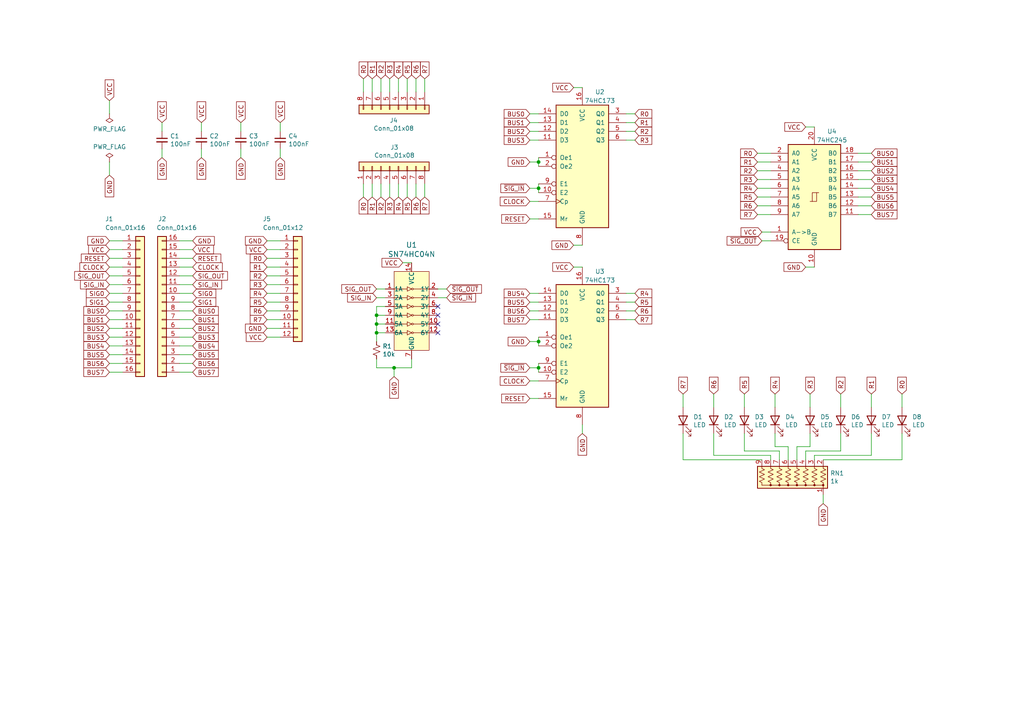
<source format=kicad_sch>
(kicad_sch (version 20230121) (generator eeschema)
  (paper "A4")
  (lib_symbols
    (symbol "74xx:74LS173" (pin_names (offset 1.016))
      (property "Reference" "U" (at -7.62 19.05 0))
      (property "Value" "74LS173" (at -7.62 -19.05 0))
      (symbol "74LS173_1_0"
        (pin input inverted (at -12.7 2.54 0) (length 5.08) (name "Oe1") (number "1"))
        (pin input inverted (at -12.7 -7.62 0) (length 5.08) (name "E2") (number "10"))
        (pin input line (at -12.7 7.62 0) (length 5.08) (name "D3") (number "11"))
        (pin input line (at -12.7 10.16 0) (length 5.08) (name "D2") (number "12"))
        (pin input line (at -12.7 12.7 0) (length 5.08) (name "D1") (number "13"))
        (pin input line (at -12.7 15.24 0) (length 5.08) (name "D0") (number "14"))
        (pin input line (at -12.7 -15.24 0) (length 5.08) (name "Mr") (number "15"))
        (pin power_in line (at 0 22.86 270) (length 5.08) (name "VCC") (number "16"))
        (pin input inverted (at -12.7 0 0) (length 5.08) (name "Oe2") (number "2"))
        (pin tri_state line (at 12.7 15.24 180) (length 5.08) (name "Q0") (number "3"))
        (pin tri_state line (at 12.7 12.7 180) (length 5.08) (name "Q1") (number "4"))
        (pin tri_state line (at 12.7 10.16 180) (length 5.08) (name "Q2") (number "5"))
        (pin tri_state line (at 12.7 7.62 180) (length 5.08) (name "Q3") (number "6"))
        (pin input clock (at -12.7 -10.16 0) (length 5.08) (name "Cp") (number "7"))
        (pin power_in line (at 0 -22.86 90) (length 5.08) (name "GND") (number "8"))
        (pin input inverted (at -12.7 -5.08 0) (length 5.08) (name "E1") (number "9"))
      )
      (symbol "74LS173_1_1"
        (rectangle (start -7.62 17.78) (end 7.62 -17.78) (stroke (width 0.254)) (fill (type background)))
      )
    )
    (symbol "74xx:74LS245" (pin_names (offset 1.016))
      (property "Reference" "U" (at -7.62 16.51 0))
      (property "Value" "74LS245" (at -7.62 -16.51 0))
      (symbol "74LS245_1_0"
        (polyline (pts (xy -0.635 -1.27) (xy -0.635 1.27) (xy 0.635 1.27)))
        (polyline (pts (xy -1.27 -1.27) (xy 0.635 -1.27) (xy 0.635 1.27) (xy 1.27 1.27)))
        (pin input line (at -12.7 -10.16 0) (length 5.08) (name "A->B") (number "1"))
        (pin power_in line (at 0 -20.32 90) (length 5.08) (name "GND") (number "10"))
        (pin tri_state line (at 12.7 -5.08 180) (length 5.08) (name "B7") (number "11"))
        (pin tri_state line (at 12.7 -2.54 180) (length 5.08) (name "B6") (number "12"))
        (pin tri_state line (at 12.7 0 180) (length 5.08) (name "B5") (number "13"))
        (pin tri_state line (at 12.7 2.54 180) (length 5.08) (name "B4") (number "14"))
        (pin tri_state line (at 12.7 5.08 180) (length 5.08) (name "B3") (number "15"))
        (pin tri_state line (at 12.7 7.62 180) (length 5.08) (name "B2") (number "16"))
        (pin tri_state line (at 12.7 10.16 180) (length 5.08) (name "B1") (number "17"))
        (pin tri_state line (at 12.7 12.7 180) (length 5.08) (name "B0") (number "18"))
        (pin input inverted (at -12.7 -12.7 0) (length 5.08) (name "CE") (number "19"))
        (pin tri_state line (at -12.7 12.7 0) (length 5.08) (name "A0") (number "2"))
        (pin power_in line (at 0 20.32 270) (length 5.08) (name "VCC") (number "20"))
        (pin tri_state line (at -12.7 10.16 0) (length 5.08) (name "A1") (number "3"))
        (pin tri_state line (at -12.7 7.62 0) (length 5.08) (name "A2") (number "4"))
        (pin tri_state line (at -12.7 5.08 0) (length 5.08) (name "A3") (number "5"))
        (pin tri_state line (at -12.7 2.54 0) (length 5.08) (name "A4") (number "6"))
        (pin tri_state line (at -12.7 0 0) (length 5.08) (name "A5") (number "7"))
        (pin tri_state line (at -12.7 -2.54 0) (length 5.08) (name "A6") (number "8"))
        (pin tri_state line (at -12.7 -5.08 0) (length 5.08) (name "A7") (number "9"))
      )
      (symbol "74LS245_1_1"
        (rectangle (start -7.62 15.24) (end 7.62 -15.24) (stroke (width 0.254)) (fill (type background)))
      )
    )
    (symbol "Connector_Generic:Conn_01x08" (pin_names (offset 1.016) hide)
      (property "Reference" "J" (at 0 10.16 0))
      (property "Value" "Conn_01x08" (at 0 -12.7 0))
      (symbol "Conn_01x08_1_1"
        (rectangle (start -1.27 -10.033) (end 0 -10.287) (stroke (width 0.1524)))
        (rectangle (start -1.27 -7.493) (end 0 -7.747) (stroke (width 0.1524)))
        (rectangle (start -1.27 -4.953) (end 0 -5.207) (stroke (width 0.1524)))
        (rectangle (start -1.27 -2.413) (end 0 -2.667) (stroke (width 0.1524)))
        (rectangle (start -1.27 0.127) (end 0 -0.127) (stroke (width 0.1524)))
        (rectangle (start -1.27 2.667) (end 0 2.413) (stroke (width 0.1524)))
        (rectangle (start -1.27 5.207) (end 0 4.953) (stroke (width 0.1524)))
        (rectangle (start -1.27 7.747) (end 0 7.493) (stroke (width 0.1524)))
        (rectangle (start -1.27 8.89) (end 1.27 -11.43) (stroke (width 0.254)) (fill (type background)))
        (pin passive line (at -5.08 7.62 0) (length 3.81) (name "Pin_1") (number "1"))
        (pin passive line (at -5.08 5.08 0) (length 3.81) (name "Pin_2") (number "2"))
        (pin passive line (at -5.08 2.54 0) (length 3.81) (name "Pin_3") (number "3"))
        (pin passive line (at -5.08 0 0) (length 3.81) (name "Pin_4") (number "4"))
        (pin passive line (at -5.08 -2.54 0) (length 3.81) (name "Pin_5") (number "5"))
        (pin passive line (at -5.08 -5.08 0) (length 3.81) (name "Pin_6") (number "6"))
        (pin passive line (at -5.08 -7.62 0) (length 3.81) (name "Pin_7") (number "7"))
        (pin passive line (at -5.08 -10.16 0) (length 3.81) (name "Pin_8") (number "8"))
      )
    )
    (symbol "Connector_Generic:Conn_01x12" (pin_names (offset 1.016) hide)
      (property "Reference" "J" (at 0 15.24 0))
      (property "Value" "Conn_01x12" (at 0 -17.78 0))
      (symbol "Conn_01x12_1_1"
        (rectangle (start -1.27 -15.113) (end 0 -15.367) (stroke (width 0.1524)))
        (rectangle (start -1.27 -12.573) (end 0 -12.827) (stroke (width 0.1524)))
        (rectangle (start -1.27 -10.033) (end 0 -10.287) (stroke (width 0.1524)))
        (rectangle (start -1.27 -7.493) (end 0 -7.747) (stroke (width 0.1524)))
        (rectangle (start -1.27 -4.953) (end 0 -5.207) (stroke (width 0.1524)))
        (rectangle (start -1.27 -2.413) (end 0 -2.667) (stroke (width 0.1524)))
        (rectangle (start -1.27 0.127) (end 0 -0.127) (stroke (width 0.1524)))
        (rectangle (start -1.27 2.667) (end 0 2.413) (stroke (width 0.1524)))
        (rectangle (start -1.27 5.207) (end 0 4.953) (stroke (width 0.1524)))
        (rectangle (start -1.27 7.747) (end 0 7.493) (stroke (width 0.1524)))
        (rectangle (start -1.27 10.287) (end 0 10.033) (stroke (width 0.1524)))
        (rectangle (start -1.27 12.827) (end 0 12.573) (stroke (width 0.1524)))
        (rectangle (start -1.27 13.97) (end 1.27 -16.51) (stroke (width 0.254)) (fill (type background)))
        (pin passive line (at -5.08 12.7 0) (length 3.81) (name "Pin_1") (number "1"))
        (pin passive line (at -5.08 -10.16 0) (length 3.81) (name "Pin_10") (number "10"))
        (pin passive line (at -5.08 -12.7 0) (length 3.81) (name "Pin_11") (number "11"))
        (pin passive line (at -5.08 -15.24 0) (length 3.81) (name "Pin_12") (number "12"))
        (pin passive line (at -5.08 10.16 0) (length 3.81) (name "Pin_2") (number "2"))
        (pin passive line (at -5.08 7.62 0) (length 3.81) (name "Pin_3") (number "3"))
        (pin passive line (at -5.08 5.08 0) (length 3.81) (name "Pin_4") (number "4"))
        (pin passive line (at -5.08 2.54 0) (length 3.81) (name "Pin_5") (number "5"))
        (pin passive line (at -5.08 0 0) (length 3.81) (name "Pin_6") (number "6"))
        (pin passive line (at -5.08 -2.54 0) (length 3.81) (name "Pin_7") (number "7"))
        (pin passive line (at -5.08 -5.08 0) (length 3.81) (name "Pin_8") (number "8"))
        (pin passive line (at -5.08 -7.62 0) (length 3.81) (name "Pin_9") (number "9"))
      )
    )
    (symbol "Connector_Generic:Conn_01x16" (pin_names (offset 1.016) hide)
      (property "Reference" "J" (at 0 20.32 0))
      (property "Value" "Conn_01x16" (at 0 -22.86 0))
      (symbol "Conn_01x16_1_1"
        (rectangle (start -1.27 -20.193) (end 0 -20.447) (stroke (width 0.1524)))
        (rectangle (start -1.27 -17.653) (end 0 -17.907) (stroke (width 0.1524)))
        (rectangle (start -1.27 -15.113) (end 0 -15.367) (stroke (width 0.1524)))
        (rectangle (start -1.27 -12.573) (end 0 -12.827) (stroke (width 0.1524)))
        (rectangle (start -1.27 -10.033) (end 0 -10.287) (stroke (width 0.1524)))
        (rectangle (start -1.27 -7.493) (end 0 -7.747) (stroke (width 0.1524)))
        (rectangle (start -1.27 -4.953) (end 0 -5.207) (stroke (width 0.1524)))
        (rectangle (start -1.27 -2.413) (end 0 -2.667) (stroke (width 0.1524)))
        (rectangle (start -1.27 0.127) (end 0 -0.127) (stroke (width 0.1524)))
        (rectangle (start -1.27 2.667) (end 0 2.413) (stroke (width 0.1524)))
        (rectangle (start -1.27 5.207) (end 0 4.953) (stroke (width 0.1524)))
        (rectangle (start -1.27 7.747) (end 0 7.493) (stroke (width 0.1524)))
        (rectangle (start -1.27 10.287) (end 0 10.033) (stroke (width 0.1524)))
        (rectangle (start -1.27 12.827) (end 0 12.573) (stroke (width 0.1524)))
        (rectangle (start -1.27 15.367) (end 0 15.113) (stroke (width 0.1524)))
        (rectangle (start -1.27 17.907) (end 0 17.653) (stroke (width 0.1524)))
        (rectangle (start -1.27 19.05) (end 1.27 -21.59) (stroke (width 0.254)) (fill (type background)))
        (pin passive line (at -5.08 17.78 0) (length 3.81) (name "Pin_1") (number "1"))
        (pin passive line (at -5.08 -5.08 0) (length 3.81) (name "Pin_10") (number "10"))
        (pin passive line (at -5.08 -7.62 0) (length 3.81) (name "Pin_11") (number "11"))
        (pin passive line (at -5.08 -10.16 0) (length 3.81) (name "Pin_12") (number "12"))
        (pin passive line (at -5.08 -12.7 0) (length 3.81) (name "Pin_13") (number "13"))
        (pin passive line (at -5.08 -15.24 0) (length 3.81) (name "Pin_14") (number "14"))
        (pin passive line (at -5.08 -17.78 0) (length 3.81) (name "Pin_15") (number "15"))
        (pin passive line (at -5.08 -20.32 0) (length 3.81) (name "Pin_16") (number "16"))
        (pin passive line (at -5.08 15.24 0) (length 3.81) (name "Pin_2") (number "2"))
        (pin passive line (at -5.08 12.7 0) (length 3.81) (name "Pin_3") (number "3"))
        (pin passive line (at -5.08 10.16 0) (length 3.81) (name "Pin_4") (number "4"))
        (pin passive line (at -5.08 7.62 0) (length 3.81) (name "Pin_5") (number "5"))
        (pin passive line (at -5.08 5.08 0) (length 3.81) (name "Pin_6") (number "6"))
        (pin passive line (at -5.08 2.54 0) (length 3.81) (name "Pin_7") (number "7"))
        (pin passive line (at -5.08 0 0) (length 3.81) (name "Pin_8") (number "8"))
        (pin passive line (at -5.08 -2.54 0) (length 3.81) (name "Pin_9") (number "9"))
      )
    )
    (symbol "Device:C_Small" (pin_numbers hide) (pin_names (offset 0.254) hide)
      (property "Reference" "C" (at 0.254 1.778 0))
      (property "Value" "C_Small" (at 0.254 -2.032 0))
      (symbol "C_Small_0_1"
        (polyline (pts (xy -1.524 -0.508) (xy 1.524 -0.508)) (stroke (width 0.3302)))
        (polyline (pts (xy -1.524 0.508) (xy 1.524 0.508)) (stroke (width 0.3048)))
      )
      (symbol "C_Small_1_1"
        (pin passive line (at 0 2.54 270) (length 2.032) (name "~") (number "1"))
        (pin passive line (at 0 -2.54 90) (length 2.032) (name "~") (number "2"))
      )
    )
    (symbol "Device:LED" (pin_numbers hide) (pin_names (offset 1.016) hide)
      (property "Reference" "D" (at 0 2.54 0))
      (property "Value" "LED" (at 0 -2.54 0))
      (symbol "LED_0_1"
        (polyline (pts (xy -1.27 -1.27) (xy -1.27 1.27)) (stroke (width 0.254)))
        (polyline (pts (xy -1.27 0) (xy 1.27 0)))
        (polyline (pts (xy 1.27 -1.27) (xy 1.27 1.27) (xy -1.27 0) (xy 1.27 -1.27)) (stroke (width 0.254)))
        (polyline (pts (xy -3.048 -0.762) (xy -4.572 -2.286) (xy -3.81 -2.286) (xy -4.572 -2.286) (xy -4.572 -1.524)))
        (polyline (pts (xy -1.778 -0.762) (xy -3.302 -2.286) (xy -2.54 -2.286) (xy -3.302 -2.286) (xy -3.302 -1.524)))
      )
      (symbol "LED_1_1"
        (pin passive line (at -3.81 0 0) (length 2.54) (name "K") (number "1"))
        (pin passive line (at 3.81 0 180) (length 2.54) (name "A") (number "2"))
      )
    )
    (symbol "Device:R_Network08_US" (pin_names (offset 0) hide)
      (property "Reference" "RN" (at -12.7 0 90))
      (property "Value" "R_Network08_US" (at 10.16 0 90))
      (symbol "R_Network08_US_0_1"
        (rectangle (start -11.43 -3.175) (end 8.89 3.175) (stroke (width 0.254)) (fill (type background)))
        (circle (center -10.16 2.286) (radius 0.254) (fill (type outline)))
        (circle (center -7.62 2.286) (radius 0.254) (fill (type outline)))
        (circle (center -5.08 2.286) (radius 0.254) (fill (type outline)))
        (circle (center -2.54 2.286) (radius 0.254) (fill (type outline)))
        (polyline (pts (xy -10.16 2.286) (xy 7.62 2.286)))
        (polyline (pts (xy -10.16 2.286) (xy -10.16 1.524) (xy -9.398 1.1684) (xy -10.922 0.508) (xy -9.398 -0.1524) (xy -10.922 -0.8382) (xy -9.398 -1.524) (xy -10.922 -2.1844) (xy -10.16 -2.54) (xy -10.16 -3.81)))
        (polyline (pts (xy -7.62 2.286) (xy -7.62 1.524) (xy -6.858 1.1684) (xy -8.382 0.508) (xy -6.858 -0.1524) (xy -8.382 -0.8382) (xy -6.858 -1.524) (xy -8.382 -2.1844) (xy -7.62 -2.54) (xy -7.62 -3.81)))
        (polyline (pts (xy -5.08 2.286) (xy -5.08 1.524) (xy -4.318 1.1684) (xy -5.842 0.508) (xy -4.318 -0.1524) (xy -5.842 -0.8382) (xy -4.318 -1.524) (xy -5.842 -2.1844) (xy -5.08 -2.54) (xy -5.08 -3.81)))
        (polyline (pts (xy -2.54 2.286) (xy -2.54 1.524) (xy -1.778 1.1684) (xy -3.302 0.508) (xy -1.778 -0.1524) (xy -3.302 -0.8382) (xy -1.778 -1.524) (xy -3.302 -2.1844) (xy -2.54 -2.54) (xy -2.54 -3.81)))
        (polyline (pts (xy 0 2.286) (xy 0 1.524) (xy 0.762 1.1684) (xy -0.762 0.508) (xy 0.762 -0.1524) (xy -0.762 -0.8382) (xy 0.762 -1.524) (xy -0.762 -2.1844) (xy 0 -2.54) (xy 0 -3.81)))
        (polyline (pts (xy 2.54 2.286) (xy 2.54 1.524) (xy 3.302 1.1684) (xy 1.778 0.508) (xy 3.302 -0.1524) (xy 1.778 -0.8382) (xy 3.302 -1.524) (xy 1.778 -2.1844) (xy 2.54 -2.54) (xy 2.54 -3.81)))
        (polyline (pts (xy 5.08 2.286) (xy 5.08 1.524) (xy 5.842 1.1684) (xy 4.318 0.508) (xy 5.842 -0.1524) (xy 4.318 -0.8382) (xy 5.842 -1.524) (xy 4.318 -2.1844) (xy 5.08 -2.54) (xy 5.08 -3.81)))
        (polyline (pts (xy 7.62 2.286) (xy 7.62 1.524) (xy 8.382 1.1684) (xy 6.858 0.508) (xy 8.382 -0.1524) (xy 6.858 -0.8382) (xy 8.382 -1.524) (xy 6.858 -2.1844) (xy 7.62 -2.54) (xy 7.62 -3.81)))
        (circle (center 0 2.286) (radius 0.254) (fill (type outline)))
        (circle (center 2.54 2.286) (radius 0.254) (fill (type outline)))
        (circle (center 5.08 2.286) (radius 0.254) (fill (type outline)))
      )
      (symbol "R_Network08_US_1_1"
        (pin passive line (at -10.16 5.08 270) (length 2.54) (name "common") (number "1"))
        (pin passive line (at -10.16 -5.08 90) (length 1.27) (name "R1") (number "2"))
        (pin passive line (at -7.62 -5.08 90) (length 1.27) (name "R2") (number "3"))
        (pin passive line (at -5.08 -5.08 90) (length 1.27) (name "R3") (number "4"))
        (pin passive line (at -2.54 -5.08 90) (length 1.27) (name "R4") (number "5"))
        (pin passive line (at 0 -5.08 90) (length 1.27) (name "R5") (number "6"))
        (pin passive line (at 2.54 -5.08 90) (length 1.27) (name "R6") (number "7"))
        (pin passive line (at 5.08 -5.08 90) (length 1.27) (name "R7") (number "8"))
        (pin passive line (at 7.62 -5.08 90) (length 1.27) (name "R8") (number "9"))
      )
    )
    (symbol "Device:R_Small_US" (pin_numbers hide) (pin_names (offset 0.254) hide)
      (property "Reference" "R" (at 0.762 0.508 0))
      (property "Value" "R_Small_US" (at 0.762 -1.016 0))
      (symbol "R_Small_US_1_1"
        (polyline (pts (xy 0 0) (xy 1.016 -0.381) (xy 0 -0.762) (xy -1.016 -1.143) (xy 0 -1.524)))
        (polyline (pts (xy 0 1.524) (xy 1.016 1.143) (xy 0 0.762) (xy -1.016 0.381) (xy 0 0)))
        (pin passive line (at 0 2.54 270) (length 1.016) (name "~") (number "1"))
        (pin passive line (at 0 -2.54 90) (length 1.016) (name "~") (number "2"))
      )
    )
    (symbol "Register-rescue:SN74LS04N-dk_Logic-Gates-and-Inverters" (pin_names (offset 0.0254))
      (property "Reference" "U" (at -2.54 13.716 0))
      (property "Value" "SN74LS04N-dk_Logic-Gates-and-Inverters" (at 0.254 -11.43 0))
      (symbol "SN74LS04N-dk_Logic-Gates-and-Inverters_0_1"
        (rectangle (start -5.08 12.7) (end 5.08 -10.16) (fill (type background)))
        (polyline (pts (xy -2.54 -5.08) (xy -5.08 -5.08)))
        (polyline (pts (xy -2.54 -2.54) (xy -5.08 -2.54)))
        (polyline (pts (xy -2.54 -2.54) (xy -1.27 -2.54)))
        (polyline (pts (xy -2.54 0) (xy -5.08 0)))
        (polyline (pts (xy -2.54 2.54) (xy -5.08 2.54)))
        (polyline (pts (xy -2.54 2.54) (xy -1.27 2.54)))
        (polyline (pts (xy -2.54 5.08) (xy -5.08 5.08)))
        (polyline (pts (xy -2.54 7.62) (xy -5.08 7.62)))
        (polyline (pts (xy -1.27 -5.08) (xy -2.54 -5.08)))
        (polyline (pts (xy -1.27 0) (xy -2.54 0)))
        (polyline (pts (xy -1.27 5.08) (xy -2.54 5.08)))
        (polyline (pts (xy -1.27 7.62) (xy -2.54 7.62)))
        (polyline (pts (xy 0.508 -5.08) (xy 2.54 -5.08)))
        (polyline (pts (xy 0.508 0) (xy 2.54 0)))
        (polyline (pts (xy 0.508 2.54) (xy 2.54 2.54)))
        (polyline (pts (xy 0.508 5.08) (xy 2.54 5.08)))
        (polyline (pts (xy 2.54 -2.54) (xy 0.508 -2.54)))
        (polyline (pts (xy 2.54 7.62) (xy 0.508 7.62)))
        (polyline (pts (xy 5.08 -5.08) (xy 2.54 -5.08)))
        (polyline (pts (xy 5.08 -2.54) (xy 2.54 -2.54)))
        (polyline (pts (xy 5.08 0) (xy 2.54 0)))
        (polyline (pts (xy 5.08 2.54) (xy 2.54 2.54)))
        (polyline (pts (xy 5.08 5.08) (xy 2.54 5.08)))
        (polyline (pts (xy 5.08 7.62) (xy 2.54 7.62)))
        (polyline (pts (xy -1.27 -4.445) (xy -1.27 -5.715) (xy 0 -5.08) (xy -1.27 -4.445)))
        (polyline (pts (xy -1.27 -1.905) (xy -1.27 -3.175) (xy 0 -2.54) (xy -1.27 -1.905)))
        (polyline (pts (xy -1.27 0.635) (xy -1.27 -0.635) (xy 0 0) (xy -1.27 0.635)))
        (polyline (pts (xy -1.27 3.175) (xy -1.27 1.905) (xy 0 2.54) (xy -1.27 3.175)))
        (polyline (pts (xy -1.27 5.715) (xy -1.27 4.445) (xy 0 5.08) (xy -1.27 5.715)))
        (polyline (pts (xy -1.27 8.255) (xy -1.27 6.985) (xy 0 7.62) (xy -1.27 8.255)))
        (circle (center 0.254 -5.08) (radius 0.254))
        (circle (center 0.254 -2.54) (radius 0.254))
        (circle (center 0.254 0) (radius 0.254))
        (circle (center 0.254 2.54) (radius 0.254))
        (circle (center 0.254 5.08) (radius 0.254))
        (circle (center 0.254 7.62) (radius 0.254))
      )
      (symbol "SN74LS04N-dk_Logic-Gates-and-Inverters_1_1"
        (pin input line (at -7.62 7.62 0) (length 2.54) (name "1A") (number "1"))
        (pin output line (at 7.62 -2.54 180) (length 2.54) (name "5Y") (number "10"))
        (pin input line (at -7.62 -2.54 0) (length 2.54) (name "5A") (number "11"))
        (pin output line (at 7.62 -5.08 180) (length 2.54) (name "6Y") (number "12"))
        (pin input line (at -7.62 -5.08 0) (length 2.54) (name "6A") (number "13"))
        (pin power_in line (at 0 15.24 270) (length 2.54) (name "VCC") (number "14"))
        (pin output line (at 7.62 7.62 180) (length 2.54) (name "1Y") (number "2"))
        (pin input line (at -7.62 5.08 0) (length 2.54) (name "2A") (number "3"))
        (pin output line (at 7.62 5.08 180) (length 2.54) (name "2Y") (number "4"))
        (pin input line (at -7.62 2.54 0) (length 2.54) (name "3A") (number "5"))
        (pin output line (at 7.62 2.54 180) (length 2.54) (name "3Y") (number "6"))
        (pin power_in line (at 0 -12.7 90) (length 2.54) (name "GND") (number "7"))
        (pin output line (at 7.62 0 180) (length 2.54) (name "4Y") (number "8"))
        (pin input line (at -7.62 0 0) (length 2.54) (name "4A") (number "9"))
      )
    )
    (symbol "power:PWR_FLAG" (power) (pin_numbers hide) (pin_names (offset 0) hide)
      (property "Value" "PWR_FLAG" (at 0 3.81 0))
      (symbol "PWR_FLAG_0_0"
        (pin power_out line (at 0 0 90) (length 0) (name "pwr") (number "1"))
      )
      (symbol "PWR_FLAG_0_1"
        (polyline (pts (xy 0 0) (xy 0 1.27) (xy -1.016 1.905) (xy 0 2.54) (xy 1.016 1.905) (xy 0 1.27)))
      )
    )
  )
  (junction (at 156.21 99.06))
  (junction (at 156.21 106.68))
  (junction (at 156.21 46.99))
  (junction (at 109.22 91.44))
  (junction (at 109.22 93.98))
  (junction (at 114.3 106.68))
  (junction (at 109.22 96.52))
  (junction (at 156.21 54.61))
  (no_connect (at 127 91.44))
  (no_connect (at 127 88.9))
  (no_connect (at 127 96.52))
  (no_connect (at 127 93.98))
  (wire (pts (xy 113.03 53.34) (xy 113.03 57.15)))
  (wire (pts (xy 153.67 35.56) (xy 156.21 35.56)))
  (wire (pts (xy 81.28 85.09) (xy 77.47 85.09)))
  (wire (pts (xy 198.12 114.3) (xy 198.12 118.11)))
  (wire (pts (xy 123.19 22.86) (xy 123.19 26.67)))
  (wire (pts (xy 153.67 40.64) (xy 156.21 40.64)))
  (wire (pts (xy 81.28 74.93) (xy 77.47 74.93)))
  (wire (pts (xy 228.6 129.54) (xy 224.79 129.54)))
  (wire (pts (xy 111.76 83.82) (xy 109.22 83.82)))
  (wire (pts (xy 107.95 22.86) (xy 107.95 26.67)))
  (wire (pts (xy 184.15 35.56) (xy 181.61 35.56)))
  (wire (pts (xy 153.67 85.09) (xy 156.21 85.09)))
  (wire (pts (xy 153.67 90.17) (xy 156.21 90.17)))
  (wire (pts (xy 220.98 69.85) (xy 223.52 69.85)))
  (wire (pts (xy 156.21 54.61) (xy 156.21 53.34)))
  (wire (pts (xy 55.88 105.41) (xy 52.07 105.41)))
  (wire (pts (xy 31.75 74.93) (xy 35.56 74.93)))
  (wire (pts (xy 228.6 129.54) (xy 228.6 133.35)))
  (wire (pts (xy 109.22 88.9) (xy 109.22 91.44)))
  (wire (pts (xy 55.88 74.93) (xy 52.07 74.93)))
  (wire (pts (xy 52.07 69.85) (xy 55.88 69.85)))
  (wire (pts (xy 215.9 114.3) (xy 215.9 118.11)))
  (wire (pts (xy 198.12 133.35) (xy 220.98 133.35)))
  (wire (pts (xy 223.52 132.08) (xy 223.52 133.35)))
  (wire (pts (xy 153.67 54.61) (xy 156.21 54.61)))
  (wire (pts (xy 77.47 95.25) (xy 81.28 95.25)))
  (wire (pts (xy 46.99 35.56) (xy 46.99 38.1)))
  (wire (pts (xy 31.75 100.33) (xy 35.56 100.33)))
  (wire (pts (xy 166.37 71.12) (xy 168.91 71.12)))
  (wire (pts (xy 55.88 80.01) (xy 52.07 80.01)))
  (wire (pts (xy 55.88 72.39) (xy 52.07 72.39)))
  (wire (pts (xy 153.67 99.06) (xy 156.21 99.06)))
  (wire (pts (xy 184.15 85.09) (xy 181.61 85.09)))
  (wire (pts (xy 31.75 29.21) (xy 31.75 33.02)))
  (wire (pts (xy 118.11 22.86) (xy 118.11 26.67)))
  (wire (pts (xy 113.03 22.86) (xy 113.03 26.67)))
  (wire (pts (xy 252.73 114.3) (xy 252.73 118.11)))
  (wire (pts (xy 115.57 53.34) (xy 115.57 57.15)))
  (wire (pts (xy 77.47 69.85) (xy 81.28 69.85)))
  (wire (pts (xy 81.28 87.63) (xy 77.47 87.63)))
  (wire (pts (xy 153.67 106.68) (xy 156.21 106.68)))
  (wire (pts (xy 153.67 58.42) (xy 156.21 58.42)))
  (wire (pts (xy 31.75 105.41) (xy 35.56 105.41)))
  (wire (pts (xy 111.76 91.44) (xy 109.22 91.44)))
  (wire (pts (xy 105.41 53.34) (xy 105.41 57.15)))
  (wire (pts (xy 153.67 110.49) (xy 156.21 110.49)))
  (wire (pts (xy 110.49 53.34) (xy 110.49 57.15)))
  (wire (pts (xy 109.22 86.36) (xy 111.76 86.36)))
  (wire (pts (xy 55.88 82.55) (xy 52.07 82.55)))
  (wire (pts (xy 198.12 133.35) (xy 198.12 125.73)))
  (wire (pts (xy 252.73 52.07) (xy 248.92 52.07)))
  (wire (pts (xy 224.79 129.54) (xy 224.79 125.73)))
  (wire (pts (xy 116.84 76.2) (xy 119.38 76.2)))
  (wire (pts (xy 156.21 106.68) (xy 156.21 105.41)))
  (wire (pts (xy 261.62 133.35) (xy 238.76 133.35)))
  (wire (pts (xy 166.37 25.4) (xy 168.91 25.4)))
  (wire (pts (xy 168.91 125.73) (xy 168.91 123.19)))
  (wire (pts (xy 55.88 77.47) (xy 52.07 77.47)))
  (wire (pts (xy 153.67 38.1) (xy 156.21 38.1)))
  (wire (pts (xy 58.42 43.18) (xy 58.42 45.72)))
  (wire (pts (xy 153.67 87.63) (xy 156.21 87.63)))
  (wire (pts (xy 261.62 133.35) (xy 261.62 125.73)))
  (wire (pts (xy 31.75 50.8) (xy 31.75 46.99)))
  (wire (pts (xy 223.52 52.07) (xy 219.71 52.07)))
  (wire (pts (xy 207.01 132.08) (xy 223.52 132.08)))
  (wire (pts (xy 111.76 88.9) (xy 109.22 88.9)))
  (wire (pts (xy 115.57 22.86) (xy 115.57 26.67)))
  (wire (pts (xy 156.21 46.99) (xy 156.21 45.72)))
  (wire (pts (xy 35.56 107.95) (xy 31.75 107.95)))
  (wire (pts (xy 118.11 53.34) (xy 118.11 57.15)))
  (wire (pts (xy 109.22 106.68) (xy 114.3 106.68)))
  (wire (pts (xy 223.52 59.69) (xy 219.71 59.69)))
  (wire (pts (xy 55.88 102.87) (xy 52.07 102.87)))
  (wire (pts (xy 234.95 129.54) (xy 234.95 125.73)))
  (wire (pts (xy 55.88 90.17) (xy 52.07 90.17)))
  (wire (pts (xy 31.75 77.47) (xy 35.56 77.47)))
  (wire (pts (xy 31.75 72.39) (xy 35.56 72.39)))
  (wire (pts (xy 31.75 97.79) (xy 35.56 97.79)))
  (wire (pts (xy 111.76 93.98) (xy 109.22 93.98)))
  (wire (pts (xy 109.22 104.14) (xy 109.22 106.68)))
  (wire (pts (xy 184.15 92.71) (xy 181.61 92.71)))
  (wire (pts (xy 81.28 90.17) (xy 77.47 90.17)))
  (wire (pts (xy 252.73 49.53) (xy 248.92 49.53)))
  (wire (pts (xy 220.98 67.31) (xy 223.52 67.31)))
  (wire (pts (xy 243.84 130.81) (xy 243.84 125.73)))
  (wire (pts (xy 77.47 72.39) (xy 81.28 72.39)))
  (wire (pts (xy 156.21 99.06) (xy 156.21 100.33)))
  (wire (pts (xy 31.75 87.63) (xy 35.56 87.63)))
  (wire (pts (xy 252.73 59.69) (xy 248.92 59.69)))
  (wire (pts (xy 31.75 85.09) (xy 35.56 85.09)))
  (wire (pts (xy 114.3 106.68) (xy 119.38 106.68)))
  (wire (pts (xy 127 86.36) (xy 129.54 86.36)))
  (wire (pts (xy 233.68 130.81) (xy 233.68 133.35)))
  (wire (pts (xy 114.3 109.22) (xy 114.3 106.68)))
  (wire (pts (xy 69.85 35.56) (xy 69.85 38.1)))
  (wire (pts (xy 81.28 35.56) (xy 81.28 38.1)))
  (wire (pts (xy 233.68 130.81) (xy 243.84 130.81)))
  (wire (pts (xy 58.42 35.56) (xy 58.42 38.1)))
  (wire (pts (xy 31.75 102.87) (xy 35.56 102.87)))
  (wire (pts (xy 224.79 114.3) (xy 224.79 118.11)))
  (wire (pts (xy 153.67 63.5) (xy 156.21 63.5)))
  (wire (pts (xy 55.88 100.33) (xy 52.07 100.33)))
  (wire (pts (xy 31.75 80.01) (xy 35.56 80.01)))
  (wire (pts (xy 55.88 92.71) (xy 52.07 92.71)))
  (wire (pts (xy 55.88 85.09) (xy 52.07 85.09)))
  (wire (pts (xy 81.28 92.71) (xy 77.47 92.71)))
  (wire (pts (xy 233.68 36.83) (xy 236.22 36.83)))
  (wire (pts (xy 261.62 114.3) (xy 261.62 118.11)))
  (wire (pts (xy 231.14 129.54) (xy 234.95 129.54)))
  (wire (pts (xy 31.75 69.85) (xy 35.56 69.85)))
  (wire (pts (xy 226.06 130.81) (xy 226.06 133.35)))
  (wire (pts (xy 252.73 62.23) (xy 248.92 62.23)))
  (wire (pts (xy 236.22 132.08) (xy 252.73 132.08)))
  (wire (pts (xy 223.52 62.23) (xy 219.71 62.23)))
  (wire (pts (xy 238.76 146.05) (xy 238.76 143.51)))
  (wire (pts (xy 223.52 54.61) (xy 219.71 54.61)))
  (wire (pts (xy 233.68 77.47) (xy 236.22 77.47)))
  (wire (pts (xy 81.28 77.47) (xy 77.47 77.47)))
  (wire (pts (xy 123.19 53.34) (xy 123.19 57.15)))
  (wire (pts (xy 81.28 80.01) (xy 77.47 80.01)))
  (wire (pts (xy 215.9 130.81) (xy 215.9 125.73)))
  (wire (pts (xy 252.73 54.61) (xy 248.92 54.61)))
  (wire (pts (xy 81.28 82.55) (xy 77.47 82.55)))
  (wire (pts (xy 166.37 77.47) (xy 168.91 77.47)))
  (wire (pts (xy 236.22 132.08) (xy 236.22 133.35)))
  (wire (pts (xy 109.22 93.98) (xy 109.22 96.52)))
  (wire (pts (xy 234.95 114.3) (xy 234.95 118.11)))
  (wire (pts (xy 207.01 114.3) (xy 207.01 118.11)))
  (wire (pts (xy 55.88 97.79) (xy 52.07 97.79)))
  (wire (pts (xy 107.95 53.34) (xy 107.95 57.15)))
  (wire (pts (xy 184.15 38.1) (xy 181.61 38.1)))
  (wire (pts (xy 156.21 46.99) (xy 156.21 48.26)))
  (wire (pts (xy 111.76 96.52) (xy 109.22 96.52)))
  (wire (pts (xy 120.65 22.86) (xy 120.65 26.67)))
  (wire (pts (xy 69.85 43.18) (xy 69.85 45.72)))
  (wire (pts (xy 77.47 97.79) (xy 81.28 97.79)))
  (wire (pts (xy 252.73 57.15) (xy 248.92 57.15)))
  (wire (pts (xy 252.73 46.99) (xy 248.92 46.99)))
  (wire (pts (xy 55.88 107.95) (xy 52.07 107.95)))
  (wire (pts (xy 31.75 90.17) (xy 35.56 90.17)))
  (wire (pts (xy 31.75 92.71) (xy 35.56 92.71)))
  (wire (pts (xy 153.67 46.99) (xy 156.21 46.99)))
  (wire (pts (xy 119.38 106.68) (xy 119.38 104.14)))
  (wire (pts (xy 120.65 53.34) (xy 120.65 57.15)))
  (wire (pts (xy 252.73 44.45) (xy 248.92 44.45)))
  (wire (pts (xy 46.99 43.18) (xy 46.99 45.72)))
  (wire (pts (xy 153.67 33.02) (xy 156.21 33.02)))
  (wire (pts (xy 156.21 107.95) (xy 156.21 106.68)))
  (wire (pts (xy 55.88 95.25) (xy 52.07 95.25)))
  (wire (pts (xy 31.75 95.25) (xy 35.56 95.25)))
  (wire (pts (xy 223.52 46.99) (xy 219.71 46.99)))
  (wire (pts (xy 156.21 97.79) (xy 156.21 99.06)))
  (wire (pts (xy 223.52 49.53) (xy 219.71 49.53)))
  (wire (pts (xy 243.84 114.3) (xy 243.84 118.11)))
  (wire (pts (xy 81.28 43.18) (xy 81.28 45.72)))
  (wire (pts (xy 110.49 22.86) (xy 110.49 26.67)))
  (wire (pts (xy 207.01 132.08) (xy 207.01 125.73)))
  (wire (pts (xy 156.21 55.88) (xy 156.21 54.61)))
  (wire (pts (xy 105.41 22.86) (xy 105.41 26.67)))
  (wire (pts (xy 184.15 87.63) (xy 181.61 87.63)))
  (wire (pts (xy 109.22 91.44) (xy 109.22 93.98)))
  (wire (pts (xy 184.15 40.64) (xy 181.61 40.64)))
  (wire (pts (xy 223.52 44.45) (xy 219.71 44.45)))
  (wire (pts (xy 153.67 115.57) (xy 156.21 115.57)))
  (wire (pts (xy 231.14 129.54) (xy 231.14 133.35)))
  (wire (pts (xy 215.9 130.81) (xy 226.06 130.81)))
  (wire (pts (xy 55.88 87.63) (xy 52.07 87.63)))
  (wire (pts (xy 252.73 132.08) (xy 252.73 125.73)))
  (wire (pts (xy 184.15 33.02) (xy 181.61 33.02)))
  (wire (pts (xy 223.52 57.15) (xy 219.71 57.15)))
  (wire (pts (xy 109.22 96.52) (xy 109.22 99.06)))
  (wire (pts (xy 184.15 90.17) (xy 181.61 90.17)))
  (wire (pts (xy 153.67 92.71) (xy 156.21 92.71)))
  (wire (pts (xy 129.54 83.82) (xy 127 83.82)))
  (wire (pts (xy 31.75 82.55) (xy 35.56 82.55)))
  (global_label "R1" (shape input) (at 107.95 57.15 270) (property "Intersheetrefs" "${INTERSHEET_REFS}" (effects hide)))
  (global_label "GND" (shape input) (at 168.91 125.73 270) (property "Intersheetrefs" "${INTERSHEET_REFS}" (effects hide)))
  (global_label "R3" (shape input) (at 113.03 22.86 90) (property "Intersheetrefs" "${INTERSHEET_REFS}" (effects hide)))
  (global_label "VCC" (shape input) (at 166.37 77.47 180) (property "Intersheetrefs" "${INTERSHEET_REFS}" (effects hide)))
  (global_label "GND" (shape input) (at 233.68 77.47 180) (property "Intersheetrefs" "${INTERSHEET_REFS}" (effects hide)))
  (global_label "R7" (shape input) (at 198.12 114.3 90) (property "Intersheetrefs" "${INTERSHEET_REFS}" (effects hide)))
  (global_label "R4" (shape input) (at 115.57 22.86 90) (property "Intersheetrefs" "${INTERSHEET_REFS}" (effects hide)))
  (global_label "BUS2" (shape input) (at 153.67 38.1 180) (property "Intersheetrefs" "${INTERSHEET_REFS}" (effects hide)))
  (global_label "R2" (shape input) (at 110.49 57.15 270) (property "Intersheetrefs" "${INTERSHEET_REFS}" (effects hide)))
  (global_label "R6" (shape input) (at 77.47 90.17 180) (property "Intersheetrefs" "${INTERSHEET_REFS}" (effects hide)))
  (global_label "R4" (shape input) (at 184.15 85.09 0) (property "Intersheetrefs" "${INTERSHEET_REFS}" (effects hide)))
  (global_label "R1" (shape input) (at 107.95 22.86 90) (property "Intersheetrefs" "${INTERSHEET_REFS}" (effects hide)))
  (global_label "BUS3" (shape input) (at 153.67 40.64 180) (property "Intersheetrefs" "${INTERSHEET_REFS}" (effects hide)))
  (global_label "BUS6" (shape input) (at 55.88 105.41 0) (property "Intersheetrefs" "${INTERSHEET_REFS}" (effects hide)))
  (global_label "CLOCK" (shape input) (at 31.75 77.47 180) (property "Intersheetrefs" "${INTERSHEET_REFS}" (effects hide)))
  (global_label "BUS2" (shape input) (at 31.75 95.25 180) (property "Intersheetrefs" "${INTERSHEET_REFS}" (effects hide)))
  (global_label "R2" (shape input) (at 243.84 114.3 90) (property "Intersheetrefs" "${INTERSHEET_REFS}" (effects hide)))
  (global_label "VCC" (shape input) (at 69.85 35.56 90) (property "Intersheetrefs" "${INTERSHEET_REFS}" (effects hide)))
  (global_label "BUS3" (shape input) (at 31.75 97.79 180) (property "Intersheetrefs" "${INTERSHEET_REFS}" (effects hide)))
  (global_label "RESET" (shape input) (at 55.88 74.93 0) (property "Intersheetrefs" "${INTERSHEET_REFS}" (effects hide)))
  (global_label "R4" (shape input) (at 77.47 85.09 180) (property "Intersheetrefs" "${INTERSHEET_REFS}" (effects hide)))
  (global_label "R5" (shape input) (at 215.9 114.3 90) (property "Intersheetrefs" "${INTERSHEET_REFS}" (effects hide)))
  (global_label "VCC" (shape input) (at 220.98 67.31 180) (property "Intersheetrefs" "${INTERSHEET_REFS}" (effects hide)))
  (global_label "BUS7" (shape input) (at 153.67 92.71 180) (property "Intersheetrefs" "${INTERSHEET_REFS}" (effects hide)))
  (global_label "GND" (shape input) (at 55.88 69.85 0) (property "Intersheetrefs" "${INTERSHEET_REFS}" (effects hide)))
  (global_label "BUS4" (shape input) (at 153.67 85.09 180) (property "Intersheetrefs" "${INTERSHEET_REFS}" (effects hide)))
  (global_label "~{SIG_IN}" (shape input) (at 153.67 106.68 180) (property "Intersheetrefs" "${INTERSHEET_REFS}" (effects hide)))
  (global_label "R1" (shape input) (at 184.15 35.56 0) (property "Intersheetrefs" "${INTERSHEET_REFS}" (effects hide)))
  (global_label "SIG_OUT" (shape input) (at 109.22 83.82 180) (property "Intersheetrefs" "${INTERSHEET_REFS}" (effects hide)))
  (global_label "BUS1" (shape input) (at 55.88 92.71 0) (property "Intersheetrefs" "${INTERSHEET_REFS}" (effects hide)))
  (global_label "~{SIG_IN}" (shape input) (at 129.54 86.36 0) (property "Intersheetrefs" "${INTERSHEET_REFS}" (effects hide)))
  (global_label "R3" (shape input) (at 234.95 114.3 90) (property "Intersheetrefs" "${INTERSHEET_REFS}" (effects hide)))
  (global_label "VCC" (shape input) (at 77.47 72.39 180) (property "Intersheetrefs" "${INTERSHEET_REFS}" (effects hide)))
  (global_label "R1" (shape input) (at 252.73 114.3 90) (property "Intersheetrefs" "${INTERSHEET_REFS}" (effects hide)))
  (global_label "R3" (shape input) (at 184.15 40.64 0) (property "Intersheetrefs" "${INTERSHEET_REFS}" (effects hide)))
  (global_label "VCC" (shape input) (at 77.47 97.79 180) (property "Intersheetrefs" "${INTERSHEET_REFS}" (effects hide)))
  (global_label "VCC" (shape input) (at 55.88 72.39 0) (property "Intersheetrefs" "${INTERSHEET_REFS}" (effects hide)))
  (global_label "R5" (shape input) (at 219.71 57.15 180) (property "Intersheetrefs" "${INTERSHEET_REFS}" (effects hide)))
  (global_label "SIG0" (shape input) (at 31.75 85.09 180) (property "Intersheetrefs" "${INTERSHEET_REFS}" (effects hide)))
  (global_label "GND" (shape input) (at 114.3 109.22 270) (property "Intersheetrefs" "${INTERSHEET_REFS}" (effects hide)))
  (global_label "VCC" (shape input) (at 58.42 35.56 90) (property "Intersheetrefs" "${INTERSHEET_REFS}" (effects hide)))
  (global_label "BUS5" (shape input) (at 153.67 87.63 180) (property "Intersheetrefs" "${INTERSHEET_REFS}" (effects hide)))
  (global_label "VCC" (shape input) (at 31.75 72.39 180) (property "Intersheetrefs" "${INTERSHEET_REFS}" (effects hide)))
  (global_label "~{SIG_OUT}" (shape input) (at 129.54 83.82 0) (property "Intersheetrefs" "${INTERSHEET_REFS}" (effects hide)))
  (global_label "BUS5" (shape input) (at 55.88 102.87 0) (property "Intersheetrefs" "${INTERSHEET_REFS}" (effects hide)))
  (global_label "GND" (shape input) (at 153.67 99.06 180) (property "Intersheetrefs" "${INTERSHEET_REFS}" (effects hide)))
  (global_label "R0" (shape input) (at 219.71 44.45 180) (property "Intersheetrefs" "${INTERSHEET_REFS}" (effects hide)))
  (global_label "VCC" (shape input) (at 31.75 29.21 90) (property "Intersheetrefs" "${INTERSHEET_REFS}" (effects hide)))
  (global_label "SIG_OUT" (shape input) (at 31.75 80.01 180) (property "Intersheetrefs" "${INTERSHEET_REFS}" (effects hide)))
  (global_label "GND" (shape input) (at 238.76 146.05 270) (property "Intersheetrefs" "${INTERSHEET_REFS}" (effects hide)))
  (global_label "R6" (shape input) (at 120.65 22.86 90) (property "Intersheetrefs" "${INTERSHEET_REFS}" (effects hide)))
  (global_label "R5" (shape input) (at 77.47 87.63 180) (property "Intersheetrefs" "${INTERSHEET_REFS}" (effects hide)))
  (global_label "R0" (shape input) (at 105.41 22.86 90) (property "Intersheetrefs" "${INTERSHEET_REFS}" (effects hide)))
  (global_label "BUS4" (shape input) (at 55.88 100.33 0) (property "Intersheetrefs" "${INTERSHEET_REFS}" (effects hide)))
  (global_label "R6" (shape input) (at 207.01 114.3 90) (property "Intersheetrefs" "${INTERSHEET_REFS}" (effects hide)))
  (global_label "GND" (shape input) (at 69.85 45.72 270) (property "Intersheetrefs" "${INTERSHEET_REFS}" (effects hide)))
  (global_label "BUS7" (shape input) (at 55.88 107.95 0) (property "Intersheetrefs" "${INTERSHEET_REFS}" (effects hide)))
  (global_label "R7" (shape input) (at 123.19 57.15 270) (property "Intersheetrefs" "${INTERSHEET_REFS}" (effects hide)))
  (global_label "BUS7" (shape input) (at 252.73 62.23 0) (property "Intersheetrefs" "${INTERSHEET_REFS}" (effects hide)))
  (global_label "R6" (shape input) (at 219.71 59.69 180) (property "Intersheetrefs" "${INTERSHEET_REFS}" (effects hide)))
  (global_label "R7" (shape input) (at 77.47 92.71 180) (property "Intersheetrefs" "${INTERSHEET_REFS}" (effects hide)))
  (global_label "R4" (shape input) (at 115.57 57.15 270) (property "Intersheetrefs" "${INTERSHEET_REFS}" (effects hide)))
  (global_label "BUS5" (shape input) (at 31.75 102.87 180) (property "Intersheetrefs" "${INTERSHEET_REFS}" (effects hide)))
  (global_label "R7" (shape input) (at 123.19 22.86 90) (property "Intersheetrefs" "${INTERSHEET_REFS}" (effects hide)))
  (global_label "~{SIG_IN}" (shape input) (at 153.67 54.61 180) (property "Intersheetrefs" "${INTERSHEET_REFS}" (effects hide)))
  (global_label "R5" (shape input) (at 118.11 57.15 270) (property "Intersheetrefs" "${INTERSHEET_REFS}" (effects hide)))
  (global_label "BUS0" (shape input) (at 55.88 90.17 0) (property "Intersheetrefs" "${INTERSHEET_REFS}" (effects hide)))
  (global_label "R0" (shape input) (at 105.41 57.15 270) (property "Intersheetrefs" "${INTERSHEET_REFS}" (effects hide)))
  (global_label "GND" (shape input) (at 166.37 71.12 180) (property "Intersheetrefs" "${INTERSHEET_REFS}" (effects hide)))
  (global_label "VCC" (shape input) (at 116.84 76.2 180) (property "Intersheetrefs" "${INTERSHEET_REFS}" (effects hide)))
  (global_label "CLOCK" (shape input) (at 55.88 77.47 0) (property "Intersheetrefs" "${INTERSHEET_REFS}" (effects hide)))
  (global_label "SIG1" (shape input) (at 55.88 87.63 0) (property "Intersheetrefs" "${INTERSHEET_REFS}" (effects hide)))
  (global_label "R3" (shape input) (at 219.71 52.07 180) (property "Intersheetrefs" "${INTERSHEET_REFS}" (effects hide)))
  (global_label "VCC" (shape input) (at 81.28 35.56 90) (property "Intersheetrefs" "${INTERSHEET_REFS}" (effects hide)))
  (global_label "RESET" (shape input) (at 153.67 115.57 180) (property "Intersheetrefs" "${INTERSHEET_REFS}" (effects hide)))
  (global_label "R1" (shape input) (at 219.71 46.99 180) (property "Intersheetrefs" "${INTERSHEET_REFS}" (effects hide)))
  (global_label "R4" (shape input) (at 224.79 114.3 90) (property "Intersheetrefs" "${INTERSHEET_REFS}" (effects hide)))
  (global_label "R7" (shape input) (at 184.15 92.71 0) (property "Intersheetrefs" "${INTERSHEET_REFS}" (effects hide)))
  (global_label "GND" (shape input) (at 77.47 69.85 180) (property "Intersheetrefs" "${INTERSHEET_REFS}" (effects hide)))
  (global_label "R3" (shape input) (at 77.47 82.55 180) (property "Intersheetrefs" "${INTERSHEET_REFS}" (effects hide)))
  (global_label "SIG1" (shape input) (at 31.75 87.63 180) (property "Intersheetrefs" "${INTERSHEET_REFS}" (effects hide)))
  (global_label "RESET" (shape input) (at 153.67 63.5 180) (property "Intersheetrefs" "${INTERSHEET_REFS}" (effects hide)))
  (global_label "GND" (shape input) (at 81.28 45.72 270) (property "Intersheetrefs" "${INTERSHEET_REFS}" (effects hide)))
  (global_label "BUS6" (shape input) (at 252.73 59.69 0) (property "Intersheetrefs" "${INTERSHEET_REFS}" (effects hide)))
  (global_label "BUS3" (shape input) (at 252.73 52.07 0) (property "Intersheetrefs" "${INTERSHEET_REFS}" (effects hide)))
  (global_label "R4" (shape input) (at 219.71 54.61 180) (property "Intersheetrefs" "${INTERSHEET_REFS}" (effects hide)))
  (global_label "R6" (shape input) (at 184.15 90.17 0) (property "Intersheetrefs" "${INTERSHEET_REFS}" (effects hide)))
  (global_label "VCC" (shape input) (at 46.99 35.56 90) (property "Intersheetrefs" "${INTERSHEET_REFS}" (effects hide)))
  (global_label "R0" (shape input) (at 77.47 74.93 180) (property "Intersheetrefs" "${INTERSHEET_REFS}" (effects hide)))
  (global_label "BUS4" (shape input) (at 31.75 100.33 180) (property "Intersheetrefs" "${INTERSHEET_REFS}" (effects hide)))
  (global_label "R2" (shape input) (at 77.47 80.01 180) (property "Intersheetrefs" "${INTERSHEET_REFS}" (effects hide)))
  (global_label "BUS1" (shape input) (at 153.67 35.56 180) (property "Intersheetrefs" "${INTERSHEET_REFS}" (effects hide)))
  (global_label "R5" (shape input) (at 184.15 87.63 0) (property "Intersheetrefs" "${INTERSHEET_REFS}" (effects hide)))
  (global_label "BUS2" (shape input) (at 55.88 95.25 0) (property "Intersheetrefs" "${INTERSHEET_REFS}" (effects hide)))
  (global_label "R0" (shape input) (at 184.15 33.02 0) (property "Intersheetrefs" "${INTERSHEET_REFS}" (effects hide)))
  (global_label "SIG_OUT" (shape input) (at 55.88 80.01 0) (property "Intersheetrefs" "${INTERSHEET_REFS}" (effects hide)))
  (global_label "R2" (shape input) (at 184.15 38.1 0) (property "Intersheetrefs" "${INTERSHEET_REFS}" (effects hide)))
  (global_label "VCC" (shape input) (at 166.37 25.4 180) (property "Intersheetrefs" "${INTERSHEET_REFS}" (effects hide)))
  (global_label "GND" (shape input) (at 46.99 45.72 270) (property "Intersheetrefs" "${INTERSHEET_REFS}" (effects hide)))
  (global_label "BUS6" (shape input) (at 153.67 90.17 180) (property "Intersheetrefs" "${INTERSHEET_REFS}" (effects hide)))
  (global_label "R0" (shape input) (at 261.62 114.3 90) (property "Intersheetrefs" "${INTERSHEET_REFS}" (effects hide)))
  (global_label "BUS1" (shape input) (at 31.75 92.71 180) (property "Intersheetrefs" "${INTERSHEET_REFS}" (effects hide)))
  (global_label "BUS5" (shape input) (at 252.73 57.15 0) (property "Intersheetrefs" "${INTERSHEET_REFS}" (effects hide)))
  (global_label "R7" (shape input) (at 219.71 62.23 180) (property "Intersheetrefs" "${INTERSHEET_REFS}" (effects hide)))
  (global_label "SIG_IN" (shape input) (at 109.22 86.36 180) (property "Intersheetrefs" "${INTERSHEET_REFS}" (effects hide)))
  (global_label "SIG_IN" (shape input) (at 31.75 82.55 180) (property "Intersheetrefs" "${INTERSHEET_REFS}" (effects hide)))
  (global_label "BUS2" (shape input) (at 252.73 49.53 0) (property "Intersheetrefs" "${INTERSHEET_REFS}" (effects hide)))
  (global_label "~{SIG_OUT}" (shape input) (at 220.98 69.85 180) (property "Intersheetrefs" "${INTERSHEET_REFS}" (effects hide)))
  (global_label "BUS0" (shape input) (at 153.67 33.02 180) (property "Intersheetrefs" "${INTERSHEET_REFS}" (effects hide)))
  (global_label "CLOCK" (shape input) (at 153.67 110.49 180) (property "Intersheetrefs" "${INTERSHEET_REFS}" (effects hide)))
  (global_label "BUS6" (shape input) (at 31.75 105.41 180) (property "Intersheetrefs" "${INTERSHEET_REFS}" (effects hide)))
  (global_label "BUS3" (shape input) (at 55.88 97.79 0) (property "Intersheetrefs" "${INTERSHEET_REFS}" (effects hide)))
  (global_label "CLOCK" (shape input) (at 153.67 58.42 180) (property "Intersheetrefs" "${INTERSHEET_REFS}" (effects hide)))
  (global_label "BUS7" (shape input) (at 31.75 107.95 180) (property "Intersheetrefs" "${INTERSHEET_REFS}" (effects hide)))
  (global_label "R2" (shape input) (at 219.71 49.53 180) (property "Intersheetrefs" "${INTERSHEET_REFS}" (effects hide)))
  (global_label "GND" (shape input) (at 153.67 46.99 180) (property "Intersheetrefs" "${INTERSHEET_REFS}" (effects hide)))
  (global_label "BUS0" (shape input) (at 252.73 44.45 0) (property "Intersheetrefs" "${INTERSHEET_REFS}" (effects hide)))
  (global_label "GND" (shape input) (at 31.75 50.8 270) (property "Intersheetrefs" "${INTERSHEET_REFS}" (effects hide)))
  (global_label "VCC" (shape input) (at 233.68 36.83 180) (property "Intersheetrefs" "${INTERSHEET_REFS}" (effects hide)))
  (global_label "GND" (shape input) (at 77.47 95.25 180) (property "Intersheetrefs" "${INTERSHEET_REFS}" (effects hide)))
  (global_label "SIG0" (shape input) (at 55.88 85.09 0) (property "Intersheetrefs" "${INTERSHEET_REFS}" (effects hide)))
  (global_label "R2" (shape input) (at 110.49 22.86 90) (property "Intersheetrefs" "${INTERSHEET_REFS}" (effects hide)))
  (global_label "R6" (shape input) (at 120.65 57.15 270) (property "Intersheetrefs" "${INTERSHEET_REFS}" (effects hide)))
  (global_label "GND" (shape input) (at 58.42 45.72 270) (property "Intersheetrefs" "${INTERSHEET_REFS}" (effects hide)))
  (global_label "R1" (shape input) (at 77.47 77.47 180) (property "Intersheetrefs" "${INTERSHEET_REFS}" (effects hide)))
  (global_label "R3" (shape input) (at 113.03 57.15 270) (property "Intersheetrefs" "${INTERSHEET_REFS}" (effects hide)))
  (global_label "GND" (shape input) (at 31.75 69.85 180) (property "Intersheetrefs" "${INTERSHEET_REFS}" (effects hide)))
  (global_label "SIG_IN" (shape input) (at 55.88 82.55 0) (property "Intersheetrefs" "${INTERSHEET_REFS}" (effects hide)))
  (global_label "BUS4" (shape input) (at 252.73 54.61 0) (property "Intersheetrefs" "${INTERSHEET_REFS}" (effects hide)))
  (global_label "BUS0" (shape input) (at 31.75 90.17 180) (property "Intersheetrefs" "${INTERSHEET_REFS}" (effects hide)))
  (global_label "BUS1" (shape input) (at 252.73 46.99 0) (property "Intersheetrefs" "${INTERSHEET_REFS}" (effects hide)))
  (global_label "R5" (shape input) (at 118.11 22.86 90) (property "Intersheetrefs" "${INTERSHEET_REFS}" (effects hide)))
  (global_label "RESET" (shape input) (at 31.75 74.93 180) (property "Intersheetrefs" "${INTERSHEET_REFS}" (effects hide)))
  (symbol (lib_id "74xx:74LS173") (at 168.91 48.26 0) (unit 1)
    (property "Reference" "U2" (at 173.99 26.67 0))
    (property "Value" "74HC173" (at 173.99 29.21 0))
    (property "Footprint" "Package_DIP:DIP-16_W7.62mm" (effects hide))
    (property "Datasheet" "http://www.ti.com/lit/gpn/sn74LS173" (effects hide))
  )
  (symbol (lib_id "74xx:74LS173") (at 168.91 100.33 0) (unit 1)
    (property "Reference" "U3" (at 173.99 78.74 0))
    (property "Value" "74HC173" (at 173.99 81.28 0))
    (property "Footprint" "Package_DIP:DIP-16_W7.62mm" (effects hide))
    (property "Datasheet" "http://www.ti.com/lit/gpn/sn74LS173" (effects hide))
  )
  (symbol (lib_id "74xx:74LS245") (at 236.22 57.15 0) (unit 1)
    (property "Reference" "U4" (at 241.3 38.1 0))
    (property "Value" "74HC245" (at 241.3 40.64 0))
    (property "Footprint" "Package_DIP:DIP-20_W7.62mm" (effects hide))
    (property "Datasheet" "http://www.ti.com/lit/gpn/sn74LS245" (effects hide))
  )
  (symbol (lib_id "Register-rescue:SN74LS04N-dk_Logic-Gates-and-Inverters") (at 119.38 91.44 0) (unit 1)
    (property "Reference" "U1" (at 119.38 71.0438 0) (effects (font (size 1.524 1.524))))
    (property "Value" "SN74HC04N" (at 119.38 73.7362 0) (effects (font (size 1.524 1.524))))
    (property "Footprint" "Package_DIP:DIP-14_W7.62mm" (effects hide))
    (property "Datasheet" "http://www.ti.com/lit/ds/symlink/sn74ls04.pdf" (effects hide))
    (property "Digi-Key_PN" "296-1629-5-ND" (effects hide))
    (property "MPN" "SN74LS04N" (effects hide))
    (property "Category" "Integrated Circuits (ICs)" (effects hide))
    (property "Family" "Logic - Gates and Inverters" (effects hide))
    (property "DK_Datasheet_Link" "http://www.ti.com/lit/ds/symlink/sn74ls04.pdf" (effects hide))
    (property "DK_Detail_Page" "/product-detail/en/texas-instruments/SN74LS04N/296-1629-5-ND/277275" (effects hide))
    (property "Description" "IC INVERTER 6CH 6-INP 14DIP" (effects hide))
    (property "Manufacturer" "Texas Instruments" (effects hide))
    (property "Status" "Active" (effects hide))
  )
  (symbol (lib_id "Connector_Generic:Conn_01x08") (at 115.57 31.75 270) (unit 1)
    (property "Reference" "J4" (at 114.1984 34.925 90))
    (property "Value" "Conn_01x08" (at 114.1984 37.2364 90))
    (property "Footprint" "Connector_PinSocket_2.54mm:PinSocket_1x08_P2.54mm_Horizontal" (effects hide))
  )
  (symbol (lib_id "Connector_Generic:Conn_01x08") (at 113.03 48.26 90) (unit 1)
    (property "Reference" "J3" (at 114.4016 42.7482 90))
    (property "Value" "Conn_01x08" (at 114.4016 45.0596 90))
    (property "Footprint" "Connector_PinSocket_2.54mm:PinSocket_1x08_P2.54mm_Horizontal" (effects hide))
  )
  (symbol (lib_id "Device:R_Network08_US") (at 228.6 138.43 180) (unit 1)
    (property "Reference" "RN1" (at 240.792 137.2616 0) (effects (justify right)))
    (property "Value" "1k" (at 240.792 139.573 0) (effects (justify right)))
    (property "Footprint" "Resistor_THT:R_Array_SIP9" (effects hide))
    (property "Datasheet" "http://www.vishay.com/docs/31509/csc.pdf" (effects hide))
  )
  (symbol (lib_id "Device:LED") (at 198.12 121.92 90) (unit 1)
    (property "Reference" "D1" (at 201.0918 120.9294 90) (effects (justify right)))
    (property "Value" "LED" (at 201.0918 123.2408 90) (effects (justify right)))
    (property "Footprint" "LED_THT:LED_D3.0mm_Clear" (effects hide))
  )
  (symbol (lib_id "Device:LED") (at 207.01 121.92 90) (unit 1)
    (property "Reference" "D2" (at 209.9818 120.9294 90) (effects (justify right)))
    (property "Value" "LED" (at 209.9818 123.2408 90) (effects (justify right)))
    (property "Footprint" "LED_THT:LED_D3.0mm_Clear" (effects hide))
  )
  (symbol (lib_id "Device:LED") (at 215.9 121.92 90) (unit 1)
    (property "Reference" "D3" (at 218.8718 120.9294 90) (effects (justify right)))
    (property "Value" "LED" (at 218.8718 123.2408 90) (effects (justify right)))
    (property "Footprint" "LED_THT:LED_D3.0mm_Clear" (effects hide))
  )
  (symbol (lib_id "Device:LED") (at 224.79 121.92 90) (unit 1)
    (property "Reference" "D4" (at 227.7618 120.9294 90) (effects (justify right)))
    (property "Value" "LED" (at 227.7618 123.2408 90) (effects (justify right)))
    (property "Footprint" "LED_THT:LED_D3.0mm_Clear" (effects hide))
  )
  (symbol (lib_id "Device:LED") (at 234.95 121.92 90) (unit 1)
    (property "Reference" "D5" (at 237.9218 120.9294 90) (effects (justify right)))
    (property "Value" "LED" (at 237.9218 123.2408 90) (effects (justify right)))
    (property "Footprint" "LED_THT:LED_D3.0mm_Clear" (effects hide))
  )
  (symbol (lib_id "Device:LED") (at 243.84 121.92 90) (unit 1)
    (property "Reference" "D6" (at 246.8118 120.9294 90) (effects (justify right)))
    (property "Value" "LED" (at 246.8118 123.2408 90) (effects (justify right)))
    (property "Footprint" "LED_THT:LED_D3.0mm_Clear" (effects hide))
  )
  (symbol (lib_id "Device:LED") (at 252.73 121.92 90) (unit 1)
    (property "Reference" "D7" (at 255.7018 120.9294 90) (effects (justify right)))
    (property "Value" "LED" (at 255.7018 123.2408 90) (effects (justify right)))
    (property "Footprint" "LED_THT:LED_D3.0mm_Clear" (effects hide))
  )
  (symbol (lib_id "Device:LED") (at 261.62 121.92 90) (unit 1)
    (property "Reference" "D8" (at 264.5918 120.9294 90) (effects (justify right)))
    (property "Value" "LED" (at 264.5918 123.2408 90) (effects (justify right)))
    (property "Footprint" "LED_THT:LED_D3.0mm_Clear" (effects hide))
  )
  (symbol (lib_id "Device:C_Small") (at 69.85 40.64 0) (unit 1)
    (property "Reference" "C3" (at 72.1868 39.4716 0) (effects (justify left)))
    (property "Value" "100nF" (at 72.1868 41.783 0) (effects (justify left)))
    (property "Footprint" "Capacitor_THT:C_Disc_D4.3mm_W1.9mm_P5.00mm" (effects hide))
  )
  (symbol (lib_id "Device:C_Small") (at 81.28 40.64 0) (unit 1)
    (property "Reference" "C4" (at 83.6168 39.4716 0) (effects (justify left)))
    (property "Value" "100nF" (at 83.6168 41.783 0) (effects (justify left)))
    (property "Footprint" "Capacitor_THT:C_Disc_D4.3mm_W1.9mm_P5.00mm" (effects hide))
  )
  (symbol (lib_id "power:PWR_FLAG") (at 31.75 46.99 0) (unit 1)
    (property "Reference" "#FLG02" (effects hide))
    (property "Value" "PWR_FLAG" (at 31.75 42.5958 0))
  )
  (symbol (lib_id "power:PWR_FLAG") (at 31.75 33.02 180) (unit 1)
    (property "Reference" "#FLG01" (effects hide))
    (property "Value" "PWR_FLAG" (at 31.75 37.4142 0))
  )
  (symbol (lib_id "Device:C_Small") (at 46.99 40.64 0) (unit 1)
    (property "Reference" "C1" (at 49.3268 39.4716 0) (effects (justify left)))
    (property "Value" "100nF" (at 49.3268 41.783 0) (effects (justify left)))
    (property "Footprint" "Capacitor_THT:C_Disc_D4.3mm_W1.9mm_P5.00mm" (effects hide))
  )
  (symbol (lib_id "Device:C_Small") (at 58.42 40.64 0) (unit 1)
    (property "Reference" "C2" (at 60.7568 39.4716 0) (effects (justify left)))
    (property "Value" "100nF" (at 60.7568 41.783 0) (effects (justify left)))
    (property "Footprint" "Capacitor_THT:C_Disc_D4.3mm_W1.9mm_P5.00mm" (effects hide))
  )
  (symbol (lib_id "Connector_Generic:Conn_01x16") (at 40.64 87.63 0) (unit 1)
    (property "Reference" "J1" (at 30.48 63.5 0) (effects (justify left)))
    (property "Value" "Conn_01x16" (at 30.48 66.04 0) (effects (justify left)))
    (property "Footprint" "Connector_PinHeader_2.54mm:PinHeader_1x16_P2.54mm_Horizontal" (effects hide))
  )
  (symbol (lib_id "Connector_Generic:Conn_01x16") (at 46.99 90.17 180) (unit 1)
    (property "Reference" "J2" (at 48.26 63.5 0) (effects (justify left)))
    (property "Value" "Conn_01x16" (at 57.15 66.04 0) (effects (justify left)))
    (property "Footprint" "Connector_PinHeader_2.54mm:PinHeader_1x16_P2.54mm_Horizontal" (effects hide))
  )
  (symbol (lib_id "Device:R_Small_US") (at 109.22 101.6 180) (unit 1)
    (property "Reference" "R1" (at 110.9472 100.4316 0) (effects (justify right)))
    (property "Value" "10k" (at 110.9472 102.743 0) (effects (justify right)))
    (property "Footprint" "Resistor_THT:R_Axial_DIN0207_L6.3mm_D2.5mm_P7.62mm_Horizontal" (effects hide))
  )
  (symbol (lib_id "Connector_Generic:Conn_01x12") (at 86.36 82.55 0) (unit 1)
    (property "Reference" "J5" (at 76.2 63.5 0) (effects (justify left)))
    (property "Value" "Conn_01x12" (at 76.2 66.04 0) (effects (justify left)))
    (property "Footprint" "Connector_PinSocket_2.54mm:PinSocket_1x12_P2.54mm_Vertical" (effects hide))
  )
)
</source>
